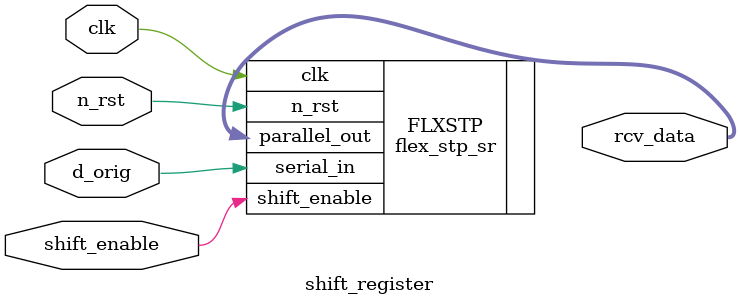
<source format=sv>

module shift_register
  (
   input clk,
   input n_rst,
   input shift_enable,
   input d_orig,
   output [7:0]rcv_data
   );

   flex_stp_sr #(.NUM_BITS(8),.SHIFT_MSB(0)) FLXSTP(.clk(clk), .n_rst(n_rst), .shift_enable(shift_enable), .serial_in(d_orig), .parallel_out(rcv_data));

endmodule
</source>
